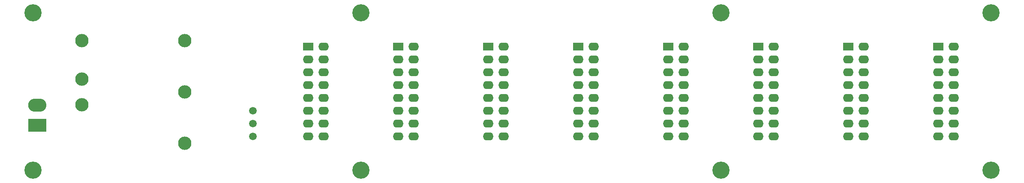
<source format=gbs>
G04 #@! TF.FileFunction,Soldermask,Bot*
%FSLAX46Y46*%
G04 Gerber Fmt 4.6, Leading zero omitted, Abs format (unit mm)*
G04 Created by KiCad (PCBNEW 4.0.2-stable) date 2018-05-22 5:26:57 PM*
%MOMM*%
G01*
G04 APERTURE LIST*
%ADD10C,0.200000*%
%ADD11C,3.402000*%
%ADD12C,2.640000*%
%ADD13C,1.500000*%
%ADD14O,2.100000X1.600000*%
%ADD15R,2.100000X1.600000*%
%ADD16O,3.600000X2.600000*%
%ADD17R,3.600000X2.600000*%
G04 APERTURE END LIST*
D10*
D11*
X107950000Y-112077500D03*
X179070000Y-112077500D03*
X179070000Y-80962500D03*
X107950000Y-80962500D03*
X43180000Y-112077500D03*
X232410000Y-112077500D03*
X232410000Y-80962500D03*
D12*
X52832000Y-99187000D03*
X52832000Y-94107000D03*
X52832000Y-86487000D03*
X73152000Y-86487000D03*
X73152000Y-96647000D03*
X73152000Y-106807000D03*
D13*
X86614000Y-102870000D03*
X86614000Y-105410000D03*
X86614000Y-100330000D03*
D14*
X136140000Y-105410000D03*
X133100000Y-105410000D03*
X133100000Y-102870000D03*
X136140000Y-102870000D03*
X136140000Y-100330000D03*
X133100000Y-100330000D03*
X133100000Y-97790000D03*
X136140000Y-97790000D03*
X136140000Y-95250000D03*
X133100000Y-95250000D03*
D15*
X133100000Y-87630000D03*
D14*
X136140000Y-87630000D03*
X133100000Y-90170000D03*
X136140000Y-90170000D03*
X133100000Y-92710000D03*
X136140000Y-92710000D03*
X118360000Y-105410000D03*
X115320000Y-105410000D03*
X115320000Y-102870000D03*
X118360000Y-102870000D03*
X118360000Y-100330000D03*
X115320000Y-100330000D03*
X115320000Y-97790000D03*
X118360000Y-97790000D03*
X118360000Y-95250000D03*
X115320000Y-95250000D03*
D15*
X115320000Y-87630000D03*
D14*
X118360000Y-87630000D03*
X115320000Y-90170000D03*
X118360000Y-90170000D03*
X115320000Y-92710000D03*
X118360000Y-92710000D03*
X153920000Y-105410000D03*
X150880000Y-105410000D03*
X150880000Y-102870000D03*
X153920000Y-102870000D03*
X153920000Y-100330000D03*
X150880000Y-100330000D03*
X150880000Y-97790000D03*
X153920000Y-97790000D03*
X153920000Y-95250000D03*
X150880000Y-95250000D03*
D15*
X150880000Y-87630000D03*
D14*
X153920000Y-87630000D03*
X150880000Y-90170000D03*
X153920000Y-90170000D03*
X150880000Y-92710000D03*
X153920000Y-92710000D03*
X171700000Y-105410000D03*
X168660000Y-105410000D03*
X168660000Y-102870000D03*
X171700000Y-102870000D03*
X171700000Y-100330000D03*
X168660000Y-100330000D03*
X168660000Y-97790000D03*
X171700000Y-97790000D03*
X171700000Y-95250000D03*
X168660000Y-95250000D03*
D15*
X168660000Y-87630000D03*
D14*
X171700000Y-87630000D03*
X168660000Y-90170000D03*
X171700000Y-90170000D03*
X168660000Y-92710000D03*
X171700000Y-92710000D03*
X189480000Y-105410000D03*
X186440000Y-105410000D03*
X186440000Y-102870000D03*
X189480000Y-102870000D03*
X189480000Y-100330000D03*
X186440000Y-100330000D03*
X186440000Y-97790000D03*
X189480000Y-97790000D03*
X189480000Y-95250000D03*
X186440000Y-95250000D03*
D15*
X186440000Y-87630000D03*
D14*
X189480000Y-87630000D03*
X186440000Y-90170000D03*
X189480000Y-90170000D03*
X186440000Y-92710000D03*
X189480000Y-92710000D03*
X225040000Y-105410000D03*
X222000000Y-105410000D03*
X222000000Y-102870000D03*
X225040000Y-102870000D03*
X225040000Y-100330000D03*
X222000000Y-100330000D03*
X222000000Y-97790000D03*
X225040000Y-97790000D03*
X225040000Y-95250000D03*
X222000000Y-95250000D03*
D15*
X222000000Y-87630000D03*
D14*
X225040000Y-87630000D03*
X222000000Y-90170000D03*
X225040000Y-90170000D03*
X222000000Y-92710000D03*
X225040000Y-92710000D03*
X207260000Y-105410000D03*
X204220000Y-105410000D03*
X204220000Y-102870000D03*
X207260000Y-102870000D03*
X207260000Y-100330000D03*
X204220000Y-100330000D03*
X204220000Y-97790000D03*
X207260000Y-97790000D03*
X207260000Y-95250000D03*
X204220000Y-95250000D03*
D15*
X204220000Y-87630000D03*
D14*
X207260000Y-87630000D03*
X204220000Y-90170000D03*
X207260000Y-90170000D03*
X204220000Y-92710000D03*
X207260000Y-92710000D03*
X100580000Y-105410000D03*
X97540000Y-105410000D03*
X97540000Y-102870000D03*
X100580000Y-102870000D03*
X100580000Y-100330000D03*
X97540000Y-100330000D03*
X97540000Y-97790000D03*
X100580000Y-97790000D03*
X100580000Y-95250000D03*
X97540000Y-95250000D03*
D15*
X97540000Y-87630000D03*
D14*
X100580000Y-87630000D03*
X97540000Y-90170000D03*
X100580000Y-90170000D03*
X97540000Y-92710000D03*
X100580000Y-92710000D03*
D11*
X43180000Y-80962500D03*
D16*
X44069000Y-99239000D03*
D17*
X44069000Y-103199000D03*
M02*

</source>
